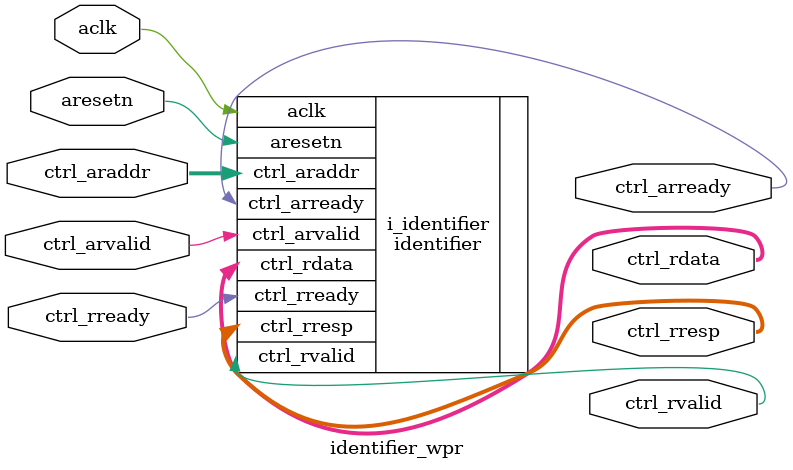
<source format=v>


module identifier_wpr #(
  parameter NAME          = "TEST",
  parameter MAJOR_VERSION = 1,
  parameter MINOR_VERSION = 0
) (
  input         aclk,
  input         aresetn,
  input         ctrl_arvalid,
  output        ctrl_arready,
  input  [11:0] ctrl_araddr,
  output        ctrl_rvalid,
  input         ctrl_rready,
  output [31:0] ctrl_rdata,
  output [1:0]  ctrl_rresp
);


  //----------------------------------------------------------------------------
  identifier  #(
    .NAME          (NAME),
    .MAJOR_VERSION (MAJOR_VERSION),
    .MINOR_VERSION (MINOR_VERSION)
  ) i_identifier (
    .aclk         (aclk),
    .aresetn      (aresetn),
    .ctrl_arvalid (ctrl_arvalid),
    .ctrl_arready (ctrl_arready),
    .ctrl_araddr  (ctrl_araddr),
    .ctrl_rvalid  (ctrl_rvalid),
    .ctrl_rready  (ctrl_rready),
    .ctrl_rdata   (ctrl_rdata),
    .ctrl_rresp   (ctrl_rresp)
  );
  

endmodule

</source>
